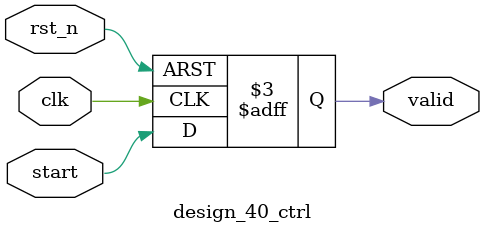
<source format=v>
module design_40_ctrl(
  input  clk,
  input  rst_n,
  input  start,
  output reg valid
);
  reg start_q;
  always @(posedge clk or negedge rst_n) begin
    if (!rst_n) begin
      valid <= 1'b0;
      start_q <= 1'b0;
    end else begin
      start_q <= start;
      valid <= start;
    end
  end
endmodule

</source>
